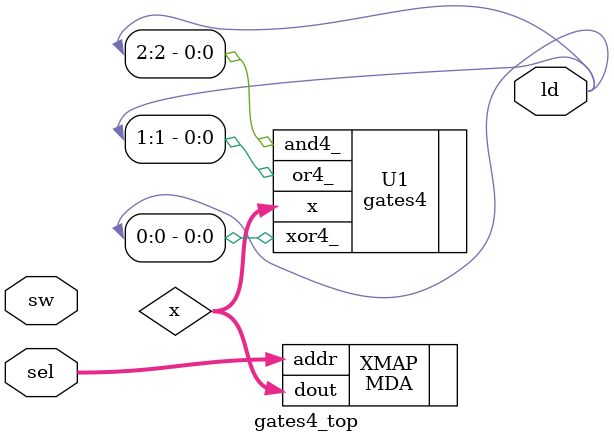
<source format=sv>
module gates4_top (
input wire [2:0] sel,
input wire  [3:0] sw,
output wire [2:0] ld
);
wire [3:0] x;
MDA #(3,4) XMAP (.addr(sel),.dout(x));

gates4 U1 // Assuming 'gates4' provides and4_, or4_, xor4_ outputs from input 'x'
(
.x(x),
.and4_(ld[2]),
.or4_(ld[1]),
.xor4_(ld[0])
);
endmodule
</source>
